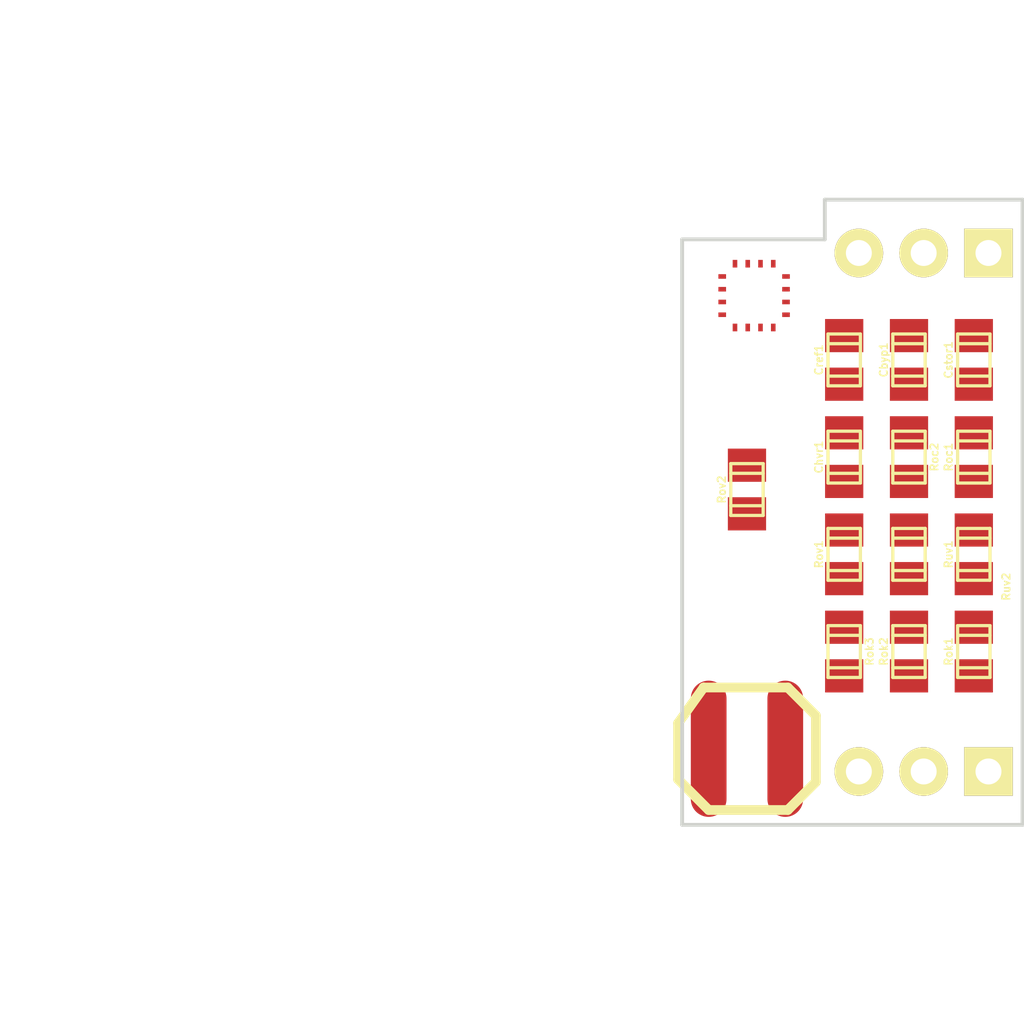
<source format=kicad_pcb>
(kicad_pcb (version 3) (host pcbnew "(2013-jul-07)-stable")

  (general
    (links 35)
    (no_connects 35)
    (area 140.97 66.04 181.61 106.68)
    (thickness 1.6)
    (drawings 20)
    (tracks 0)
    (zones 0)
    (modules 17)
    (nets 14)
  )

  (page A4)
  (title_block 
    (title "Cub'IC Power Shield")
    (rev 0.1)
  )

  (layers
    (15 F.Cu signal)
    (0 B.Cu signal)
    (16 B.Adhes user)
    (17 F.Adhes user)
    (18 B.Paste user)
    (19 F.Paste user)
    (20 B.SilkS user)
    (21 F.SilkS user)
    (22 B.Mask user)
    (23 F.Mask user)
    (24 Dwgs.User user)
    (25 Cmts.User user)
    (26 Eco1.User user)
    (27 Eco2.User user)
    (28 Edge.Cuts user)
  )

  (setup
    (last_trace_width 0.254)
    (user_trace_width 0.1524)
    (user_trace_width 0.2)
    (user_trace_width 0.2032)
    (user_trace_width 0.3048)
    (trace_clearance 0.1524)
    (zone_clearance 0.2032)
    (zone_45_only no)
    (trace_min 0.1524)
    (segment_width 0.15)
    (edge_width 0.15)
    (via_size 0.889)
    (via_drill 0.635)
    (via_min_size 0.7112)
    (via_min_drill 0.3048)
    (user_via 0.7112 0.3048)
    (uvia_size 0.508)
    (uvia_drill 0.127)
    (uvias_allowed no)
    (uvia_min_size 0.508)
    (uvia_min_drill 0.127)
    (pcb_text_width 0.3)
    (pcb_text_size 1.5 1.5)
    (mod_edge_width 0.15)
    (mod_text_size 1.5 1.5)
    (mod_text_width 0.15)
    (pad_size 1.905 1.905)
    (pad_drill 1.016)
    (pad_to_mask_clearance 0.2)
    (aux_axis_origin 0 0)
    (visible_elements 7FFFF7FF)
    (pcbplotparams
      (layerselection 283934721)
      (usegerberextensions true)
      (excludeedgelayer true)
      (linewidth 0.100000)
      (plotframeref false)
      (viasonmask false)
      (mode 1)
      (useauxorigin false)
      (hpglpennumber 1)
      (hpglpenspeed 20)
      (hpglpendiameter 15)
      (hpglpenoverlay 2)
      (psnegative false)
      (psa4output false)
      (plotreference true)
      (plotvalue true)
      (plotothertext true)
      (plotinvisibletext false)
      (padsonsilk false)
      (subtractmaskfromsilk false)
      (outputformat 1)
      (mirror false)
      (drillshape 0)
      (scaleselection 1)
      (outputdirectory ../prod/))
  )

  (net 0 "")
  (net 1 GND)
  (net 2 N-000001)
  (net 3 N-0000012)
  (net 4 N-0000013)
  (net 5 N-0000014)
  (net 6 N-0000015)
  (net 7 N-000002)
  (net 8 N-000003)
  (net 9 N-000004)
  (net 10 N-000005)
  (net 11 N-000006)
  (net 12 N-000007)
  (net 13 N-000008)

  (net_class Default "This is the default net class."
    (clearance 0.1524)
    (trace_width 0.254)
    (via_dia 0.889)
    (via_drill 0.635)
    (uvia_dia 0.508)
    (uvia_drill 0.127)
    (add_net "")
    (add_net GND)
    (add_net N-000001)
    (add_net N-0000012)
    (add_net N-0000013)
    (add_net N-0000014)
    (add_net N-0000015)
    (add_net N-000002)
    (add_net N-000003)
    (add_net N-000004)
    (add_net N-000005)
    (add_net N-000006)
    (add_net N-000007)
    (add_net N-000008)
  )

  (module PWR_IN   locked (layer F.Cu) (tedit 559A58F0) (tstamp 559A593A)
    (at 178.375 77.09)
    (path /559A547C)
    (fp_text reference PwrIn1 (at 0.0508 1.4478) (layer F.SilkS) hide
      (effects (font (size 0.20066 0.20066) (thickness 0.050165)))
    )
    (fp_text value BAT (at -0.00508 -1.59512) (layer F.SilkS) hide
      (effects (font (size 0.20066 0.20066) (thickness 0.0508)))
    )
    (pad 4 thru_hole rect (at 2.54 0) (size 1.905 1.905) (drill 1.016)
      (layers *.Cu *.Mask F.SilkS)
      (net 3 N-0000012)
    )
    (pad 9 thru_hole circle (at 0 0) (size 1.905 1.905) (drill 1.016)
      (layers *.Cu *.Mask F.SilkS)
      (net 7 N-000002)
    )
    (pad 3 thru_hole circle (at -2.54 0) (size 1.905 1.905) (drill 1.016)
      (layers *.Cu *.Mask F.SilkS)
      (net 7 N-000002)
    )
  )

  (module PWR_OUT   locked (layer F.Cu) (tedit 559A81CC) (tstamp 559A82B4)
    (at 178.375 97.41)
    (path /559A8037)
    (fp_text reference PWR_OUT1 (at 0.0508 1.4478) (layer F.SilkS) hide
      (effects (font (size 0.20066 0.20066) (thickness 0.050165)))
    )
    (fp_text value PWR (at -0.00508 -1.59512) (layer F.SilkS) hide
      (effects (font (size 0.20066 0.20066) (thickness 0.0508)))
    )
    (pad 6 thru_hole rect (at 2.54 0) (size 1.905 1.905) (drill 1.016)
      (layers *.Cu *.Mask F.SilkS)
      (net 1 GND)
    )
    (pad 1 thru_hole circle (at 0 0) (size 1.905 1.905) (drill 1.016)
      (layers *.Cu *.Mask F.SilkS)
    )
    (pad 5 thru_hole circle (at -2.54 0) (size 1.905 1.905) (drill 1.016)
      (layers *.Cu *.Mask F.SilkS)
      (net 6 N-0000015)
    )
  )

  (module RGT_S-PVQFN-N16   placed (layer F.Cu) (tedit 55A5223F) (tstamp 55A521E8)
    (at 170.18 80.01 90)
    (path /559ADF01)
    (fp_text reference "" (at 0 -3.81 90) (layer F.SilkS)
      (effects (font (size 1.5 1.5) (thickness 0.15)))
    )
    (fp_text value "" (at 2.54 -1.27 90) (layer F.SilkS) hide
      (effects (font (size 1.5 1.5) (thickness 0.15)))
    )
    (pad 1 smd rect (at 0.5 0.3 90) (size 0.18 0.3)
      (layers F.Cu F.Paste F.Mask)
      (net 1 GND)
    )
    (pad 2 smd rect (at 1 0.3 90) (size 0.18 0.3)
      (layers F.Cu F.Paste F.Mask)
      (net 6 N-0000015)
    )
    (pad 3 smd rect (at 1.5 0.3 90) (size 0.18 0.3)
      (layers F.Cu F.Paste F.Mask)
      (net 12 N-000007)
    )
    (pad 4 smd rect (at 2 0.3 90) (size 0.18 0.3)
      (layers F.Cu F.Paste F.Mask)
      (net 5 N-0000014)
    )
    (pad 5 smd rect (at 2.5 0.8 180) (size 0.18 0.3)
      (layers F.Cu F.Paste F.Mask)
      (net 1 GND)
    )
    (pad 6 smd rect (at 2.5 1.3 180) (size 0.18 0.3)
      (layers F.Cu F.Paste F.Mask)
      (net 2 N-000001)
    )
    (pad 7 smd rect (at 2.5 1.8 180) (size 0.18 0.3)
      (layers F.Cu F.Paste F.Mask)
      (net 11 N-000006)
    )
    (pad 8 smd rect (at 2.5 2.3 180) (size 0.18 0.3)
      (layers F.Cu F.Paste F.Mask)
      (net 10 N-000005)
    )
    (pad 9 smd rect (at 2 2.8 90) (size 0.18 0.3)
      (layers F.Cu F.Paste F.Mask)
      (net 9 N-000004)
    )
    (pad 10 smd rect (at 1.5 2.8 90) (size 0.18 0.3)
      (layers F.Cu F.Paste F.Mask)
      (net 8 N-000003)
    )
    (pad 11 smd rect (at 1 2.8 90) (size 0.18 0.3)
      (layers F.Cu F.Paste F.Mask)
    )
    (pad 12 smd rect (at 0.5 2.8 90) (size 0.18 0.3)
      (layers F.Cu F.Paste F.Mask)
      (net 1 GND)
    )
    (pad 13 smd rect (at 0 2.3 180) (size 0.18 0.3)
      (layers F.Cu F.Paste F.Mask)
      (net 1 GND)
    )
    (pad 14 smd rect (at 0 1.8 180) (size 0.18 0.3)
      (layers F.Cu F.Paste F.Mask)
      (net 7 N-000002)
    )
    (pad 15 smd rect (at 0 1.3 180) (size 0.18 0.3)
      (layers F.Cu F.Paste F.Mask)
      (net 4 N-0000013)
    )
    (pad 16 smd rect (at 0 0.8 180) (size 0.18 0.3)
      (layers F.Cu F.Paste F.Mask)
      (net 13 N-000008)
    )
  )

  (module LPS4018 (layer F.Cu) (tedit 55A52254) (tstamp 55A521F6)
    (at 171.45 96.52 180)
    (path /55A3A9D0)
    (fp_text reference "" (at -1.09982 -4.0005 180) (layer F.SilkS) hide
      (effects (font (size 1.524 1.524) (thickness 0.3048)))
    )
    (fp_text value "" (at 0.20066 3.79984 180) (layer F.SilkS) hide
      (effects (font (size 1.524 1.524) (thickness 0.3048)))
    )
    (fp_line (start -1.6002 -2.4003) (end 1.50114 -2.4003) (layer F.SilkS) (width 0.381))
    (fp_line (start 1.50114 -2.4003) (end 2.70002 -1.19888) (layer F.SilkS) (width 0.381))
    (fp_line (start 2.70002 -1.19888) (end 2.70002 1.00076) (layer F.SilkS) (width 0.381))
    (fp_line (start 2.70002 1.00076) (end 1.69926 2.4003) (layer F.SilkS) (width 0.381))
    (fp_line (start 1.69926 2.4003) (end -1.6002 2.4003) (layer F.SilkS) (width 0.381))
    (fp_line (start -1.6002 2.4003) (end -2.70002 1.30048) (layer F.SilkS) (width 0.381))
    (fp_line (start -2.70002 1.30048) (end -2.70002 -1.30048) (layer F.SilkS) (width 0.381))
    (fp_line (start -2.70002 -1.30048) (end -1.6002 -2.4003) (layer F.SilkS) (width 0.381))
    (pad 1 smd oval (at -1.50114 0) (size 1.39954 5.33908)
      (layers F.Cu F.Paste F.Mask)
      (net 6 N-0000015)
    )
    (pad 2 smd oval (at 1.50114 0 180) (size 1.39954 5.33908)
      (layers F.Cu F.Paste F.Mask)
      (net 13 N-000008)
    )
  )

  (module c_0805 (layer F.Cu) (tedit 55A3E52A) (tstamp 55A52202)
    (at 175.26 88.9 90)
    (descr "SMT capacitor, 0805")
    (path /55A38E03)
    (fp_text reference Rov1 (at 0 -0.9906 90) (layer F.SilkS)
      (effects (font (size 0.29972 0.29972) (thickness 0.06096)))
    )
    (fp_text value R (at 0 0.9906 90) (layer F.SilkS) hide
      (effects (font (size 0.29972 0.29972) (thickness 0.06096)))
    )
    (fp_line (start 0.635 -0.635) (end 0.635 0.635) (layer F.SilkS) (width 0.127))
    (fp_line (start -0.635 -0.635) (end -0.635 0.6096) (layer F.SilkS) (width 0.127))
    (fp_line (start -1.016 -0.635) (end 1.016 -0.635) (layer F.SilkS) (width 0.127))
    (fp_line (start 1.016 -0.635) (end 1.016 0.635) (layer F.SilkS) (width 0.127))
    (fp_line (start 1.016 0.635) (end -1.016 0.635) (layer F.SilkS) (width 0.127))
    (fp_line (start -1.016 0.635) (end -1.016 -0.635) (layer F.SilkS) (width 0.127))
    (pad 1 smd rect (at 0.9525 0 90) (size 1.30048 1.4986)
      (layers F.Cu F.Paste F.Mask)
      (net 2 N-000001)
    )
    (pad 2 smd rect (at -0.9525 0 90) (size 1.30048 1.4986)
      (layers F.Cu F.Paste F.Mask)
      (net 1 GND)
    )
    (model smd/capacitors/c_0805.wrl
      (at (xyz 0 0 0))
      (scale (xyz 1 1 1))
      (rotate (xyz 0 0 0))
    )
  )

  (module c_0805 (layer F.Cu) (tedit 55A3E52A) (tstamp 55A5220E)
    (at 171.45 86.36 90)
    (descr "SMT capacitor, 0805")
    (path /55A38E16)
    (fp_text reference Rov2 (at 0 -0.9906 90) (layer F.SilkS)
      (effects (font (size 0.29972 0.29972) (thickness 0.06096)))
    )
    (fp_text value R (at 0 0.9906 90) (layer F.SilkS) hide
      (effects (font (size 0.29972 0.29972) (thickness 0.06096)))
    )
    (fp_line (start 0.635 -0.635) (end 0.635 0.635) (layer F.SilkS) (width 0.127))
    (fp_line (start -0.635 -0.635) (end -0.635 0.6096) (layer F.SilkS) (width 0.127))
    (fp_line (start -1.016 -0.635) (end 1.016 -0.635) (layer F.SilkS) (width 0.127))
    (fp_line (start 1.016 -0.635) (end 1.016 0.635) (layer F.SilkS) (width 0.127))
    (fp_line (start 1.016 0.635) (end -1.016 0.635) (layer F.SilkS) (width 0.127))
    (fp_line (start -1.016 0.635) (end -1.016 -0.635) (layer F.SilkS) (width 0.127))
    (pad 1 smd rect (at 0.9525 0 90) (size 1.30048 1.4986)
      (layers F.Cu F.Paste F.Mask)
      (net 11 N-000006)
    )
    (pad 2 smd rect (at -0.9525 0 90) (size 1.30048 1.4986)
      (layers F.Cu F.Paste F.Mask)
      (net 2 N-000001)
    )
    (model smd/capacitors/c_0805.wrl
      (at (xyz 0 0 0))
      (scale (xyz 1 1 1))
      (rotate (xyz 0 0 0))
    )
  )

  (module c_0805 (layer F.Cu) (tedit 55A3E52A) (tstamp 55A5221A)
    (at 180.34 88.9 90)
    (descr "SMT capacitor, 0805")
    (path /55A38E25)
    (fp_text reference Ruv1 (at 0 -0.9906 90) (layer F.SilkS)
      (effects (font (size 0.29972 0.29972) (thickness 0.06096)))
    )
    (fp_text value R (at 0 0.9906 90) (layer F.SilkS) hide
      (effects (font (size 0.29972 0.29972) (thickness 0.06096)))
    )
    (fp_line (start 0.635 -0.635) (end 0.635 0.635) (layer F.SilkS) (width 0.127))
    (fp_line (start -0.635 -0.635) (end -0.635 0.6096) (layer F.SilkS) (width 0.127))
    (fp_line (start -1.016 -0.635) (end 1.016 -0.635) (layer F.SilkS) (width 0.127))
    (fp_line (start 1.016 -0.635) (end 1.016 0.635) (layer F.SilkS) (width 0.127))
    (fp_line (start 1.016 0.635) (end -1.016 0.635) (layer F.SilkS) (width 0.127))
    (fp_line (start -1.016 0.635) (end -1.016 -0.635) (layer F.SilkS) (width 0.127))
    (pad 1 smd rect (at 0.9525 0 90) (size 1.30048 1.4986)
      (layers F.Cu F.Paste F.Mask)
      (net 10 N-000005)
    )
    (pad 2 smd rect (at -0.9525 0 90) (size 1.30048 1.4986)
      (layers F.Cu F.Paste F.Mask)
      (net 1 GND)
    )
    (model smd/capacitors/c_0805.wrl
      (at (xyz 0 0 0))
      (scale (xyz 1 1 1))
      (rotate (xyz 0 0 0))
    )
  )

  (module c_0805 (layer F.Cu) (tedit 55A5254F) (tstamp 55A525E1)
    (at 177.8 88.9 270)
    (descr "SMT capacitor, 0805")
    (path /55A38E34)
    (fp_text reference Ruv2 (at 1.27 -3.81 270) (layer F.SilkS)
      (effects (font (size 0.29972 0.29972) (thickness 0.06096)))
    )
    (fp_text value R (at 0 0.9906 270) (layer F.SilkS) hide
      (effects (font (size 0.29972 0.29972) (thickness 0.06096)))
    )
    (fp_line (start 0.635 -0.635) (end 0.635 0.635) (layer F.SilkS) (width 0.127))
    (fp_line (start -0.635 -0.635) (end -0.635 0.6096) (layer F.SilkS) (width 0.127))
    (fp_line (start -1.016 -0.635) (end 1.016 -0.635) (layer F.SilkS) (width 0.127))
    (fp_line (start 1.016 -0.635) (end 1.016 0.635) (layer F.SilkS) (width 0.127))
    (fp_line (start 1.016 0.635) (end -1.016 0.635) (layer F.SilkS) (width 0.127))
    (fp_line (start -1.016 0.635) (end -1.016 -0.635) (layer F.SilkS) (width 0.127))
    (pad 1 smd rect (at 0.9525 0 270) (size 1.30048 1.4986)
      (layers F.Cu F.Paste F.Mask)
      (net 11 N-000006)
    )
    (pad 2 smd rect (at -0.9525 0 270) (size 1.30048 1.4986)
      (layers F.Cu F.Paste F.Mask)
      (net 10 N-000005)
    )
    (model smd/capacitors/c_0805.wrl
      (at (xyz 0 0 0))
      (scale (xyz 1 1 1))
      (rotate (xyz 0 0 0))
    )
  )

  (module c_0805 (layer F.Cu) (tedit 55A3E52A) (tstamp 55A52232)
    (at 175.26 92.71 270)
    (descr "SMT capacitor, 0805")
    (path /55A38E43)
    (fp_text reference Rok3 (at 0 -0.9906 270) (layer F.SilkS)
      (effects (font (size 0.29972 0.29972) (thickness 0.06096)))
    )
    (fp_text value R (at 0 0.9906 270) (layer F.SilkS) hide
      (effects (font (size 0.29972 0.29972) (thickness 0.06096)))
    )
    (fp_line (start 0.635 -0.635) (end 0.635 0.635) (layer F.SilkS) (width 0.127))
    (fp_line (start -0.635 -0.635) (end -0.635 0.6096) (layer F.SilkS) (width 0.127))
    (fp_line (start -1.016 -0.635) (end 1.016 -0.635) (layer F.SilkS) (width 0.127))
    (fp_line (start 1.016 -0.635) (end 1.016 0.635) (layer F.SilkS) (width 0.127))
    (fp_line (start 1.016 0.635) (end -1.016 0.635) (layer F.SilkS) (width 0.127))
    (fp_line (start -1.016 0.635) (end -1.016 -0.635) (layer F.SilkS) (width 0.127))
    (pad 1 smd rect (at 0.9525 0 270) (size 1.30048 1.4986)
      (layers F.Cu F.Paste F.Mask)
      (net 9 N-000004)
    )
    (pad 2 smd rect (at -0.9525 0 270) (size 1.30048 1.4986)
      (layers F.Cu F.Paste F.Mask)
      (net 11 N-000006)
    )
    (model smd/capacitors/c_0805.wrl
      (at (xyz 0 0 0))
      (scale (xyz 1 1 1))
      (rotate (xyz 0 0 0))
    )
  )

  (module c_0805 (layer F.Cu) (tedit 55A3E52A) (tstamp 55A52608)
    (at 177.8 92.71 90)
    (descr "SMT capacitor, 0805")
    (path /55A38E52)
    (fp_text reference Rok2 (at 0 -0.9906 90) (layer F.SilkS)
      (effects (font (size 0.29972 0.29972) (thickness 0.06096)))
    )
    (fp_text value R (at 0 0.9906 90) (layer F.SilkS) hide
      (effects (font (size 0.29972 0.29972) (thickness 0.06096)))
    )
    (fp_line (start 0.635 -0.635) (end 0.635 0.635) (layer F.SilkS) (width 0.127))
    (fp_line (start -0.635 -0.635) (end -0.635 0.6096) (layer F.SilkS) (width 0.127))
    (fp_line (start -1.016 -0.635) (end 1.016 -0.635) (layer F.SilkS) (width 0.127))
    (fp_line (start 1.016 -0.635) (end 1.016 0.635) (layer F.SilkS) (width 0.127))
    (fp_line (start 1.016 0.635) (end -1.016 0.635) (layer F.SilkS) (width 0.127))
    (fp_line (start -1.016 0.635) (end -1.016 -0.635) (layer F.SilkS) (width 0.127))
    (pad 1 smd rect (at 0.9525 0 90) (size 1.30048 1.4986)
      (layers F.Cu F.Paste F.Mask)
      (net 8 N-000003)
    )
    (pad 2 smd rect (at -0.9525 0 90) (size 1.30048 1.4986)
      (layers F.Cu F.Paste F.Mask)
      (net 9 N-000004)
    )
    (model smd/capacitors/c_0805.wrl
      (at (xyz 0 0 0))
      (scale (xyz 1 1 1))
      (rotate (xyz 0 0 0))
    )
  )

  (module c_0805 (layer F.Cu) (tedit 55A3E52A) (tstamp 55A5224A)
    (at 180.34 92.71 90)
    (descr "SMT capacitor, 0805")
    (path /55A38E61)
    (fp_text reference Rok1 (at 0 -0.9906 90) (layer F.SilkS)
      (effects (font (size 0.29972 0.29972) (thickness 0.06096)))
    )
    (fp_text value R (at 0 0.9906 90) (layer F.SilkS) hide
      (effects (font (size 0.29972 0.29972) (thickness 0.06096)))
    )
    (fp_line (start 0.635 -0.635) (end 0.635 0.635) (layer F.SilkS) (width 0.127))
    (fp_line (start -0.635 -0.635) (end -0.635 0.6096) (layer F.SilkS) (width 0.127))
    (fp_line (start -1.016 -0.635) (end 1.016 -0.635) (layer F.SilkS) (width 0.127))
    (fp_line (start 1.016 -0.635) (end 1.016 0.635) (layer F.SilkS) (width 0.127))
    (fp_line (start 1.016 0.635) (end -1.016 0.635) (layer F.SilkS) (width 0.127))
    (fp_line (start -1.016 0.635) (end -1.016 -0.635) (layer F.SilkS) (width 0.127))
    (pad 1 smd rect (at 0.9525 0 90) (size 1.30048 1.4986)
      (layers F.Cu F.Paste F.Mask)
      (net 8 N-000003)
    )
    (pad 2 smd rect (at -0.9525 0 90) (size 1.30048 1.4986)
      (layers F.Cu F.Paste F.Mask)
      (net 1 GND)
    )
    (model smd/capacitors/c_0805.wrl
      (at (xyz 0 0 0))
      (scale (xyz 1 1 1))
      (rotate (xyz 0 0 0))
    )
  )

  (module c_0805 (layer F.Cu) (tedit 55A3E52A) (tstamp 55A52256)
    (at 177.8 85.09 270)
    (descr "SMT capacitor, 0805")
    (path /55A38E70)
    (fp_text reference Roc2 (at 0 -0.9906 270) (layer F.SilkS)
      (effects (font (size 0.29972 0.29972) (thickness 0.06096)))
    )
    (fp_text value R (at 0 0.9906 270) (layer F.SilkS) hide
      (effects (font (size 0.29972 0.29972) (thickness 0.06096)))
    )
    (fp_line (start 0.635 -0.635) (end 0.635 0.635) (layer F.SilkS) (width 0.127))
    (fp_line (start -0.635 -0.635) (end -0.635 0.6096) (layer F.SilkS) (width 0.127))
    (fp_line (start -1.016 -0.635) (end 1.016 -0.635) (layer F.SilkS) (width 0.127))
    (fp_line (start 1.016 -0.635) (end 1.016 0.635) (layer F.SilkS) (width 0.127))
    (fp_line (start 1.016 0.635) (end -1.016 0.635) (layer F.SilkS) (width 0.127))
    (fp_line (start -1.016 0.635) (end -1.016 -0.635) (layer F.SilkS) (width 0.127))
    (pad 1 smd rect (at 0.9525 0 270) (size 1.30048 1.4986)
      (layers F.Cu F.Paste F.Mask)
      (net 6 N-0000015)
    )
    (pad 2 smd rect (at -0.9525 0 270) (size 1.30048 1.4986)
      (layers F.Cu F.Paste F.Mask)
      (net 12 N-000007)
    )
    (model smd/capacitors/c_0805.wrl
      (at (xyz 0 0 0))
      (scale (xyz 1 1 1))
      (rotate (xyz 0 0 0))
    )
  )

  (module c_0805 (layer F.Cu) (tedit 55A3E52A) (tstamp 55A52622)
    (at 180.34 85.09 90)
    (descr "SMT capacitor, 0805")
    (path /55A38E7F)
    (fp_text reference Roc1 (at 0 -0.9906 90) (layer F.SilkS)
      (effects (font (size 0.29972 0.29972) (thickness 0.06096)))
    )
    (fp_text value R (at 0 0.9906 90) (layer F.SilkS) hide
      (effects (font (size 0.29972 0.29972) (thickness 0.06096)))
    )
    (fp_line (start 0.635 -0.635) (end 0.635 0.635) (layer F.SilkS) (width 0.127))
    (fp_line (start -0.635 -0.635) (end -0.635 0.6096) (layer F.SilkS) (width 0.127))
    (fp_line (start -1.016 -0.635) (end 1.016 -0.635) (layer F.SilkS) (width 0.127))
    (fp_line (start 1.016 -0.635) (end 1.016 0.635) (layer F.SilkS) (width 0.127))
    (fp_line (start 1.016 0.635) (end -1.016 0.635) (layer F.SilkS) (width 0.127))
    (fp_line (start -1.016 0.635) (end -1.016 -0.635) (layer F.SilkS) (width 0.127))
    (pad 1 smd rect (at 0.9525 0 90) (size 1.30048 1.4986)
      (layers F.Cu F.Paste F.Mask)
      (net 12 N-000007)
    )
    (pad 2 smd rect (at -0.9525 0 90) (size 1.30048 1.4986)
      (layers F.Cu F.Paste F.Mask)
      (net 1 GND)
    )
    (model smd/capacitors/c_0805.wrl
      (at (xyz 0 0 0))
      (scale (xyz 1 1 1))
      (rotate (xyz 0 0 0))
    )
  )

  (module c_0805 (layer F.Cu) (tedit 55A3E52A) (tstamp 55A5262F)
    (at 175.26 81.28 90)
    (descr "SMT capacitor, 0805")
    (path /55A39774)
    (fp_text reference Cref1 (at 0 -0.9906 90) (layer F.SilkS)
      (effects (font (size 0.29972 0.29972) (thickness 0.06096)))
    )
    (fp_text value C (at 0 0.9906 90) (layer F.SilkS) hide
      (effects (font (size 0.29972 0.29972) (thickness 0.06096)))
    )
    (fp_line (start 0.635 -0.635) (end 0.635 0.635) (layer F.SilkS) (width 0.127))
    (fp_line (start -0.635 -0.635) (end -0.635 0.6096) (layer F.SilkS) (width 0.127))
    (fp_line (start -1.016 -0.635) (end 1.016 -0.635) (layer F.SilkS) (width 0.127))
    (fp_line (start 1.016 -0.635) (end 1.016 0.635) (layer F.SilkS) (width 0.127))
    (fp_line (start 1.016 0.635) (end -1.016 0.635) (layer F.SilkS) (width 0.127))
    (fp_line (start -1.016 0.635) (end -1.016 -0.635) (layer F.SilkS) (width 0.127))
    (pad 1 smd rect (at 0.9525 0 90) (size 1.30048 1.4986)
      (layers F.Cu F.Paste F.Mask)
      (net 5 N-0000014)
    )
    (pad 2 smd rect (at -0.9525 0 90) (size 1.30048 1.4986)
      (layers F.Cu F.Paste F.Mask)
      (net 1 GND)
    )
    (model smd/capacitors/c_0805.wrl
      (at (xyz 0 0 0))
      (scale (xyz 1 1 1))
      (rotate (xyz 0 0 0))
    )
  )

  (module c_0805 (layer F.Cu) (tedit 55A3E52A) (tstamp 55A5263C)
    (at 177.8 81.28 90)
    (descr "SMT capacitor, 0805")
    (path /55A3AC29)
    (fp_text reference Cbyp1 (at 0 -0.9906 90) (layer F.SilkS)
      (effects (font (size 0.29972 0.29972) (thickness 0.06096)))
    )
    (fp_text value C (at 0 0.9906 90) (layer F.SilkS) hide
      (effects (font (size 0.29972 0.29972) (thickness 0.06096)))
    )
    (fp_line (start 0.635 -0.635) (end 0.635 0.635) (layer F.SilkS) (width 0.127))
    (fp_line (start -0.635 -0.635) (end -0.635 0.6096) (layer F.SilkS) (width 0.127))
    (fp_line (start -1.016 -0.635) (end 1.016 -0.635) (layer F.SilkS) (width 0.127))
    (fp_line (start 1.016 -0.635) (end 1.016 0.635) (layer F.SilkS) (width 0.127))
    (fp_line (start 1.016 0.635) (end -1.016 0.635) (layer F.SilkS) (width 0.127))
    (fp_line (start -1.016 0.635) (end -1.016 -0.635) (layer F.SilkS) (width 0.127))
    (pad 1 smd rect (at 0.9525 0 90) (size 1.30048 1.4986)
      (layers F.Cu F.Paste F.Mask)
      (net 4 N-0000013)
    )
    (pad 2 smd rect (at -0.9525 0 90) (size 1.30048 1.4986)
      (layers F.Cu F.Paste F.Mask)
      (net 3 N-0000012)
    )
    (model smd/capacitors/c_0805.wrl
      (at (xyz 0 0 0))
      (scale (xyz 1 1 1))
      (rotate (xyz 0 0 0))
    )
  )

  (module c_0805 (layer F.Cu) (tedit 55A3E52A) (tstamp 55A525D4)
    (at 180.34 81.28 90)
    (descr "SMT capacitor, 0805")
    (path /55A3AC45)
    (fp_text reference Cstor1 (at 0 -0.9906 90) (layer F.SilkS)
      (effects (font (size 0.29972 0.29972) (thickness 0.06096)))
    )
    (fp_text value C (at 0 0.9906 90) (layer F.SilkS) hide
      (effects (font (size 0.29972 0.29972) (thickness 0.06096)))
    )
    (fp_line (start 0.635 -0.635) (end 0.635 0.635) (layer F.SilkS) (width 0.127))
    (fp_line (start -0.635 -0.635) (end -0.635 0.6096) (layer F.SilkS) (width 0.127))
    (fp_line (start -1.016 -0.635) (end 1.016 -0.635) (layer F.SilkS) (width 0.127))
    (fp_line (start 1.016 -0.635) (end 1.016 0.635) (layer F.SilkS) (width 0.127))
    (fp_line (start 1.016 0.635) (end -1.016 0.635) (layer F.SilkS) (width 0.127))
    (fp_line (start -1.016 0.635) (end -1.016 -0.635) (layer F.SilkS) (width 0.127))
    (pad 1 smd rect (at 0.9525 0 90) (size 1.30048 1.4986)
      (layers F.Cu F.Paste F.Mask)
      (net 4 N-0000013)
    )
    (pad 2 smd rect (at -0.9525 0 90) (size 1.30048 1.4986)
      (layers F.Cu F.Paste F.Mask)
      (net 3 N-0000012)
    )
    (model smd/capacitors/c_0805.wrl
      (at (xyz 0 0 0))
      (scale (xyz 1 1 1))
      (rotate (xyz 0 0 0))
    )
  )

  (module c_0805 (layer F.Cu) (tedit 55A3E52A) (tstamp 55A525EE)
    (at 175.26 85.09 90)
    (descr "SMT capacitor, 0805")
    (path /55A3B330)
    (fp_text reference Chvr1 (at 0 -0.9906 90) (layer F.SilkS)
      (effects (font (size 0.29972 0.29972) (thickness 0.06096)))
    )
    (fp_text value C (at 0 0.9906 90) (layer F.SilkS) hide
      (effects (font (size 0.29972 0.29972) (thickness 0.06096)))
    )
    (fp_line (start 0.635 -0.635) (end 0.635 0.635) (layer F.SilkS) (width 0.127))
    (fp_line (start -0.635 -0.635) (end -0.635 0.6096) (layer F.SilkS) (width 0.127))
    (fp_line (start -1.016 -0.635) (end 1.016 -0.635) (layer F.SilkS) (width 0.127))
    (fp_line (start 1.016 -0.635) (end 1.016 0.635) (layer F.SilkS) (width 0.127))
    (fp_line (start 1.016 0.635) (end -1.016 0.635) (layer F.SilkS) (width 0.127))
    (fp_line (start -1.016 0.635) (end -1.016 -0.635) (layer F.SilkS) (width 0.127))
    (pad 1 smd rect (at 0.9525 0 90) (size 1.30048 1.4986)
      (layers F.Cu F.Paste F.Mask)
      (net 1 GND)
    )
    (pad 2 smd rect (at -0.9525 0 90) (size 1.30048 1.4986)
      (layers F.Cu F.Paste F.Mask)
      (net 6 N-0000015)
    )
    (model smd/capacitors/c_0805.wrl
      (at (xyz 0 0 0))
      (scale (xyz 1 1 1))
      (rotate (xyz 0 0 0))
    )
  )

  (gr_line (start 174.5 75) (end 174.5 76.5556) (angle 90) (layer Edge.Cuts) (width 0.15))
  (gr_line (start 168.91 76.5556) (end 174.5 76.5556) (angle 90) (layer Edge.Cuts) (width 0.15))
  (gr_line (start 168.7068 94.1324) (end 155.829 94.1324) (angle 90) (layer Dwgs.User) (width 0.15))
  (gr_line (start 168.7068 80.3148) (end 168.7068 94.1324) (angle 90) (layer Dwgs.User) (width 0.15))
  (gr_line (start 155.829 80.3148) (end 155.829 94.1324) (angle 90) (layer Dwgs.User) (width 0.15))
  (gr_line (start 168.7068 80.3148) (end 155.829 80.3148) (angle 90) (layer Dwgs.User) (width 0.15))
  (gr_line (start 168.91 76.5556) (end 168.91 99.5) (angle 90) (layer Edge.Cuts) (width 0.15))
  (gr_line (start 174.5 77.5) (end 174.5 98.5) (angle 90) (layer Dwgs.User) (width 0.0762))
  (gr_line (start 174.5 99.5) (end 174.5 107.25) (angle 90) (layer Dwgs.User) (width 0.15))
  (gr_line (start 168.91 99.5) (end 182.25 99.5) (angle 90) (layer Edge.Cuts) (width 0.15))
  (gr_line (start 150 99.5) (end 150 107.25) (angle 90) (layer Dwgs.User) (width 0.15))
  (gr_line (start 150 107.25) (end 174.5 107.25) (angle 90) (layer Dwgs.User) (width 0.15))
  (gr_line (start 174.5 75) (end 182.25 75) (angle 90) (layer Edge.Cuts) (width 0.15))
  (gr_line (start 182.25 75) (end 182.25 99.5) (angle 90) (layer Edge.Cuts) (width 0.15))
  (gr_line (start 174.5 67.25) (end 174.5 75) (angle 90) (layer Dwgs.User) (width 0.15))
  (gr_line (start 150 67.25) (end 150 75) (angle 90) (layer Dwgs.User) (width 0.15))
  (gr_line (start 150 67.25) (end 174.5 67.25) (angle 90) (layer Dwgs.User) (width 0.15))
  (gr_line (start 142.25 99.5) (end 150 99.5) (angle 90) (layer Dwgs.User) (width 0.15))
  (gr_line (start 142.25 75) (end 150 75) (angle 90) (layer Dwgs.User) (width 0.15))
  (gr_line (start 142.25 75) (end 142.25 99.5) (angle 90) (layer Dwgs.User) (width 0.15))

)

</source>
